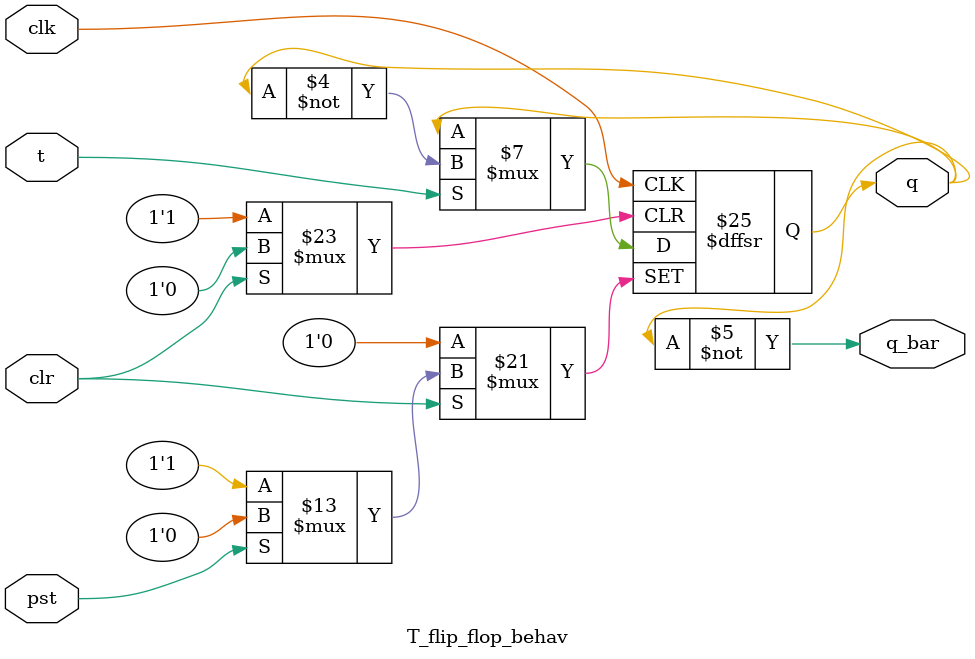
<source format=v>
module T_flip_flop_behav(
    input wire t, clk, pst, clr,
    output reg q,
    output wire q_bar
);
    initial begin
        q = 0;
    end

    always @(negedge clr or negedge pst or negedge clk) begin
        if (!clr)
            q <= 1'b0;
        else if (!pst)
            q <= 1'b1;
        else if (t)
            q <= ~q;
    end

    assign q_bar = ~q;
endmodule

</source>
